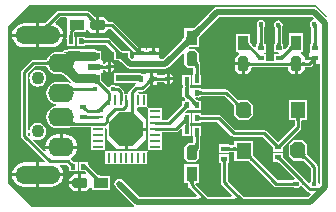
<source format=gtl>
G04*
G04 #@! TF.GenerationSoftware,Altium Limited,Altium Designer,18.1.9 (240)*
G04*
G04 Layer_Physical_Order=1*
G04 Layer_Color=255*
%FSLAX25Y25*%
%MOIN*%
G70*
G01*
G75*
%ADD15C,0.01000*%
%ADD16P,0.11938X8X292.5*%
%ADD17R,0.01575X0.01968*%
%ADD18R,0.01968X0.01575*%
%ADD19R,0.03347X0.00984*%
%ADD20R,0.00984X0.03347*%
%ADD21R,0.03937X0.01968*%
%ADD22R,0.03500X0.05000*%
G04:AMPARAMS|DCode=23|XSize=50mil|YSize=35mil|CornerRadius=0mil|HoleSize=0mil|Usage=FLASHONLY|Rotation=270.000|XOffset=0mil|YOffset=0mil|HoleType=Round|Shape=Octagon|*
%AMOCTAGOND23*
4,1,8,-0.00875,-0.02500,0.00875,-0.02500,0.01750,-0.01625,0.01750,0.01625,0.00875,0.02500,-0.00875,0.02500,-0.01750,0.01625,-0.01750,-0.01625,-0.00875,-0.02500,0.0*
%
%ADD23OCTAGOND23*%

%ADD24R,0.05000X0.03500*%
G04:AMPARAMS|DCode=25|XSize=50mil|YSize=35mil|CornerRadius=0mil|HoleSize=0mil|Usage=FLASHONLY|Rotation=180.000|XOffset=0mil|YOffset=0mil|HoleType=Round|Shape=Octagon|*
%AMOCTAGOND25*
4,1,8,-0.02500,0.00875,-0.02500,-0.00875,-0.01625,-0.01750,0.01625,-0.01750,0.02500,-0.00875,0.02500,0.00875,0.01625,0.01750,-0.01625,0.01750,-0.02500,0.00875,0.0*
%
%ADD25OCTAGOND25*%

G04:AMPARAMS|DCode=26|XSize=55mil|YSize=50mil|CornerRadius=0mil|HoleSize=0mil|Usage=FLASHONLY|Rotation=270.000|XOffset=0mil|YOffset=0mil|HoleType=Round|Shape=Octagon|*
%AMOCTAGOND26*
4,1,8,-0.01250,-0.02750,0.01250,-0.02750,0.02500,-0.01500,0.02500,0.01500,0.01250,0.02750,-0.01250,0.02750,-0.02500,0.01500,-0.02500,-0.01500,-0.01250,-0.02750,0.0*
%
%ADD26OCTAGOND26*%

%ADD27R,0.05000X0.05500*%
%ADD43C,0.02000*%
%ADD44C,0.03000*%
%ADD45C,0.04331*%
%ADD46O,0.15000X0.06000*%
%ADD47O,0.08661X0.06299*%
%ADD48C,0.01600*%
G36*
X208104Y225310D02*
X208088Y225226D01*
X207545Y225062D01*
X204753Y227853D01*
X204224Y228207D01*
X203600Y228331D01*
X171400D01*
X170776Y228207D01*
X170247Y227853D01*
X164885Y222492D01*
X164845Y222477D01*
X164007Y221695D01*
X163669Y221420D01*
X163373Y221210D01*
X163356Y221200D01*
X162631D01*
X162627Y221204D01*
X162600Y221200D01*
X162562D01*
X162519Y221223D01*
X162446Y221200D01*
X160450D01*
Y219377D01*
X160434Y219357D01*
X160450Y219240D01*
Y218475D01*
X160386Y218325D01*
X160251Y218087D01*
X160069Y217821D01*
X159526Y217172D01*
X159180Y216812D01*
X159163Y216771D01*
X153382Y210989D01*
X152533D01*
X152084Y211113D01*
X152084Y211489D01*
Y212400D01*
X150100D01*
Y212900D01*
X149600D01*
Y214688D01*
X148116D01*
Y214049D01*
X148054Y214022D01*
X147553D01*
X147492Y214050D01*
X147484Y214050D01*
Y214688D01*
X146000D01*
Y213606D01*
X146053Y213617D01*
X146139Y213664D01*
X146000Y213559D01*
Y212900D01*
X145500D01*
Y212400D01*
X143516D01*
X143516Y211113D01*
X143067Y210989D01*
X143062D01*
X142693Y211383D01*
X142412Y211728D01*
X142217Y212001D01*
Y212777D01*
X142233Y212802D01*
X142217Y212873D01*
Y213624D01*
X140178D01*
X140127Y213649D01*
X140020Y213655D01*
X139943Y213667D01*
X139861Y213688D01*
X139775Y213719D01*
X139682Y213761D01*
X139675Y213766D01*
X138684Y214634D01*
X138432Y214882D01*
X138366Y214909D01*
X135682Y217593D01*
X135319Y217836D01*
X134889Y217921D01*
X134889Y217921D01*
X127725D01*
X127663Y217949D01*
X127492Y217953D01*
X127364Y217964D01*
X127268Y217979D01*
X127259Y217981D01*
Y218384D01*
X126737D01*
X126647Y218421D01*
X126611Y218407D01*
X126575Y218417D01*
X126514Y218384D01*
X124484D01*
Y215215D01*
X126514D01*
X126575Y215182D01*
X126611Y215193D01*
X126647Y215178D01*
X126737Y215215D01*
X127259D01*
Y215618D01*
X127268Y215620D01*
X127364Y215636D01*
X127492Y215646D01*
X127663Y215650D01*
X127725Y215678D01*
X134425D01*
X136772Y213331D01*
X136798Y213265D01*
X136921Y213140D01*
X137051Y212996D01*
X137063Y212965D01*
X137050Y212913D01*
X137080Y212864D01*
Y210456D01*
X138484D01*
X138682Y210370D01*
X138921Y210234D01*
X139184Y210054D01*
X139820Y209523D01*
X140171Y209186D01*
X140213Y209169D01*
X140230Y209152D01*
X140250Y209121D01*
X140264Y209118D01*
X141178Y208204D01*
X141707Y207850D01*
X142332Y207726D01*
X154057D01*
X154682Y207850D01*
X155211Y208204D01*
X159950Y212943D01*
X160450Y212736D01*
Y209175D01*
X161625Y208000D01*
X163320D01*
X163322Y207899D01*
X163350Y207836D01*
Y205953D01*
X163322Y205892D01*
X163312Y205552D01*
X163306Y205484D01*
X163084D01*
Y204962D01*
X163047Y204872D01*
X163071Y204813D01*
X163058Y204750D01*
X163084Y204711D01*
Y202315D01*
X165859D01*
Y204711D01*
X165885Y204750D01*
X165872Y204813D01*
X165896Y204872D01*
X165859Y204962D01*
Y205484D01*
X165639D01*
X165623Y205709D01*
X165621Y205881D01*
X165593Y205946D01*
Y208354D01*
X165621Y208424D01*
X165616Y208705D01*
X165611Y208717D01*
X165615Y208730D01*
X165603Y208972D01*
X165595Y208988D01*
X165600Y209006D01*
X165593Y209071D01*
Y209429D01*
X165593Y209429D01*
X165507Y209858D01*
X165264Y210222D01*
X165264Y210222D01*
X165150Y210336D01*
Y213025D01*
X163975Y214200D01*
X162011D01*
X161834Y214700D01*
X161928Y214776D01*
X162223Y214985D01*
X162250Y215000D01*
X162953D01*
X162974Y214984D01*
X163030Y214992D01*
X163080Y214965D01*
X163192Y215000D01*
X165150D01*
Y216838D01*
X165154Y216843D01*
X165150Y216869D01*
Y217738D01*
X165207Y217870D01*
X165343Y218109D01*
X165526Y218375D01*
X166072Y219026D01*
X166420Y219388D01*
X166436Y219429D01*
X172076Y225069D01*
X202924D01*
X203538Y224455D01*
X203374Y223912D01*
X203154Y223868D01*
X202691Y223559D01*
X202381Y223096D01*
X202273Y222550D01*
X202381Y222003D01*
X202637Y221621D01*
X202650Y221441D01*
X202650Y221371D01*
X202671Y221323D01*
X202659Y221272D01*
X202678Y221241D01*
Y216329D01*
X202650Y216267D01*
X202646Y216096D01*
X202636Y215968D01*
X202620Y215871D01*
X202618Y215862D01*
X202215D01*
Y215341D01*
X202178Y215250D01*
X202193Y215215D01*
X202182Y215179D01*
X202215Y215118D01*
Y213088D01*
X201815Y212916D01*
Y211629D01*
X203800D01*
Y211129D01*
X204300D01*
Y210470D01*
X204438Y210365D01*
X204353Y210412D01*
X204300Y210423D01*
Y209341D01*
X205769D01*
Y169261D01*
X205582Y169125D01*
X205127Y169400D01*
X205019Y169946D01*
X204867Y170174D01*
X204850Y170437D01*
X204849Y170509D01*
X204821Y170575D01*
Y175050D01*
X204736Y175479D01*
X204493Y175843D01*
X204493Y175843D01*
X201846Y178491D01*
X201820Y178555D01*
X201669Y178713D01*
X201552Y178847D01*
X201463Y178963D01*
X201401Y179057D01*
X201400Y179060D01*
Y179397D01*
X201418Y179471D01*
X201400Y179502D01*
Y179539D01*
X201401Y179551D01*
X201400Y179553D01*
Y182250D01*
X199850Y183800D01*
X196750D01*
X195200Y182250D01*
Y178650D01*
X196750Y177100D01*
X199850D01*
X199922Y177172D01*
X199954Y177148D01*
X200061Y177057D01*
X200197Y176928D01*
X200260Y176903D01*
X202578Y174585D01*
Y170582D01*
X202551Y170519D01*
X202546Y170290D01*
X202539Y170203D01*
X202537Y170191D01*
X202536Y170185D01*
X202536Y170183D01*
X202535Y170176D01*
X202381Y169946D01*
X202330Y169691D01*
X201788Y169527D01*
X200739Y170576D01*
X200731Y170616D01*
X200488Y170980D01*
X200487Y170980D01*
X193785Y177682D01*
X193766Y177740D01*
X193758Y177744D01*
X193754Y177752D01*
X193397Y178136D01*
X193281Y178280D01*
X193194Y178403D01*
X193184Y178421D01*
Y178648D01*
X193209Y178703D01*
X193190Y178755D01*
X193204Y178809D01*
X193184Y178843D01*
Y179516D01*
X190015D01*
Y176741D01*
X190971D01*
X190992Y176727D01*
X191045Y176738D01*
X191094Y176716D01*
X191160Y176741D01*
X191409D01*
X191446Y176720D01*
X191560Y176640D01*
X191888Y176362D01*
X192077Y176179D01*
X192142Y176154D01*
X197129Y171166D01*
X197021Y170567D01*
X197021Y170567D01*
X196758Y170550D01*
X196686Y170549D01*
X196620Y170522D01*
X191565D01*
X183888Y178198D01*
X183863Y178263D01*
X183686Y178446D01*
X183546Y178605D01*
X183435Y178745D01*
X183354Y178862D01*
X183302Y178953D01*
X183300Y178958D01*
Y179215D01*
X183327Y179339D01*
X183302Y179379D01*
X183306Y179427D01*
X183300Y179434D01*
Y183650D01*
X177100D01*
Y182258D01*
X177092Y182256D01*
X176995Y182240D01*
X176867Y182229D01*
X176695Y182224D01*
X176633Y182197D01*
X175753D01*
X175692Y182224D01*
X175352Y182235D01*
X175284Y182241D01*
Y182463D01*
X174762D01*
X174672Y182500D01*
X174613Y182475D01*
X174550Y182488D01*
X174511Y182463D01*
X172115D01*
Y179688D01*
X174511D01*
X174550Y179662D01*
X174613Y179675D01*
X174672Y179650D01*
X174762Y179688D01*
X175284D01*
Y179908D01*
X175509Y179923D01*
X175681Y179926D01*
X175746Y179954D01*
X176633D01*
X176695Y179926D01*
X176867Y179921D01*
X176995Y179910D01*
X177092Y179894D01*
X177100Y179892D01*
Y176950D01*
X181437D01*
X181530Y176913D01*
X181582Y176935D01*
X181637Y176923D01*
X181680Y176950D01*
X181836D01*
X181941Y176876D01*
X182285Y176583D01*
X182486Y176388D01*
X182551Y176362D01*
X190307Y168607D01*
X190307Y168607D01*
X190671Y168364D01*
X191100Y168278D01*
X191100Y168278D01*
X196613D01*
X196676Y168251D01*
X196905Y168246D01*
X196992Y168239D01*
X197004Y168237D01*
X197010Y168236D01*
X197012Y168236D01*
X197019Y168235D01*
X197248Y168081D01*
X197794Y167973D01*
X198341Y168081D01*
X198804Y168391D01*
X198900Y168535D01*
X199535Y168607D01*
X201435Y166707D01*
X201799Y166464D01*
X202228Y166378D01*
X202228Y166378D01*
X202418D01*
X202609Y165917D01*
X201724Y165031D01*
X180242D01*
X180213Y165050D01*
X179135Y165994D01*
X178884Y166242D01*
X178817Y166269D01*
X174821Y170265D01*
Y175875D01*
X174849Y175937D01*
X174853Y176108D01*
X174864Y176236D01*
X174879Y176332D01*
X174881Y176341D01*
X175284D01*
Y176863D01*
X175321Y176953D01*
X175307Y176988D01*
X175317Y177025D01*
X175284Y177086D01*
Y179116D01*
X172115D01*
Y177086D01*
X172082Y177025D01*
X172093Y176988D01*
X172078Y176953D01*
X172115Y176863D01*
Y176341D01*
X172518D01*
X172520Y176332D01*
X172536Y176236D01*
X172546Y176108D01*
X172550Y175937D01*
X172578Y175875D01*
Y169800D01*
X172578Y169800D01*
X172663Y169371D01*
X172907Y169007D01*
X176367Y165547D01*
X176369Y165451D01*
X176084Y165031D01*
X168342D01*
X168313Y165050D01*
X167235Y165994D01*
X166984Y166242D01*
X166917Y166269D01*
X164086Y169100D01*
X164278Y169600D01*
X165150D01*
Y175800D01*
X160450D01*
Y169600D01*
X161617D01*
X161619Y169592D01*
X161635Y169495D01*
X161646Y169368D01*
X161651Y169195D01*
X161678Y169133D01*
Y168800D01*
X161678Y168800D01*
X161764Y168371D01*
X162007Y168007D01*
X164467Y165547D01*
X164469Y165451D01*
X164184Y165031D01*
X145415D01*
X139893Y170554D01*
X139364Y170907D01*
X138739Y171031D01*
X138115Y170907D01*
X137586Y170554D01*
X137232Y170024D01*
X137108Y169400D01*
X137232Y168776D01*
X137586Y168246D01*
X143586Y162247D01*
X143773Y162122D01*
X143621Y161622D01*
X109465D01*
X101622Y169465D01*
Y222035D01*
X108565Y228978D01*
X204435D01*
X208104Y225310D01*
D02*
G37*
G36*
X204322Y222041D02*
X204317Y222021D01*
X204313Y221992D01*
X204307Y221907D01*
X204300Y221631D01*
X204300Y221540D01*
X203300Y221377D01*
X203299Y221467D01*
X203279Y221747D01*
X203269Y221796D01*
X203258Y221838D01*
X203246Y221871D01*
X203232Y221896D01*
X203216Y221913D01*
X204327Y222053D01*
X204322Y222041D01*
D02*
G37*
G36*
X165952Y219838D02*
X165589Y219460D01*
X165009Y218768D01*
X164793Y218454D01*
X164625Y218161D01*
X164507Y217888D01*
X164438Y217637D01*
X164418Y217407D01*
X164448Y217198D01*
X164526Y217010D01*
X162460Y220576D01*
X162580Y220430D01*
X162737Y220349D01*
X162930Y220332D01*
X163159Y220378D01*
X163424Y220489D01*
X163725Y220663D01*
X164062Y220902D01*
X164434Y221205D01*
X165288Y222002D01*
X165952Y219838D01*
D02*
G37*
G36*
X126657Y217682D02*
X126687Y217602D01*
X126737Y217531D01*
X126807Y217470D01*
X126897Y217418D01*
X127007Y217375D01*
X127137Y217342D01*
X127287Y217319D01*
X127457Y217304D01*
X127647Y217300D01*
Y216300D01*
X127457Y216295D01*
X127287Y216281D01*
X127137Y216257D01*
X127007Y216224D01*
X126897Y216182D01*
X126807Y216130D01*
X126737Y216068D01*
X126687Y215997D01*
X126657Y215917D01*
X126647Y215827D01*
Y217772D01*
X126657Y217682D01*
D02*
G37*
G36*
X163140Y215612D02*
X163019Y215759D01*
X162861Y215842D01*
X162668Y215861D01*
X162438Y215815D01*
X162173Y215706D01*
X161873Y215532D01*
X161536Y215295D01*
X161164Y214993D01*
X160312Y214198D01*
X159648Y216362D01*
X160010Y216738D01*
X160587Y217429D01*
X160802Y217743D01*
X160968Y218036D01*
X161085Y218308D01*
X161153Y218560D01*
X161172Y218791D01*
X161141Y219001D01*
X161062Y219190D01*
X163140Y215612D01*
D02*
G37*
G36*
X204304Y216060D02*
X204319Y215891D01*
X204342Y215740D01*
X204375Y215611D01*
X204418Y215500D01*
X204470Y215410D01*
X204531Y215340D01*
X204602Y215290D01*
X204682Y215261D01*
X204772Y215250D01*
X202827D01*
X202917Y215261D01*
X202997Y215290D01*
X203068Y215340D01*
X203130Y215410D01*
X203182Y215500D01*
X203224Y215611D01*
X203257Y215740D01*
X203281Y215891D01*
X203295Y216060D01*
X203300Y216250D01*
X204300D01*
X204304Y216060D01*
D02*
G37*
G36*
X138241Y214158D02*
X139298Y213232D01*
X139388Y213182D01*
X139529Y213117D01*
X139670Y213067D01*
X139811Y213030D01*
X139951Y213008D01*
X140091Y213000D01*
X139612Y213003D01*
X138649Y212039D01*
X138635Y212109D01*
X138594Y212200D01*
X138524Y212314D01*
X138428Y212448D01*
X138152Y212783D01*
X137939Y213011D01*
X137692Y213012D01*
X137738Y213019D01*
X137764Y213041D01*
X137770Y213076D01*
X137757Y213126D01*
X137723Y213189D01*
X137671Y213267D01*
X137598Y213359D01*
X137394Y213585D01*
X137262Y213720D01*
X137275D01*
X137976Y214420D01*
X138241Y214158D01*
D02*
G37*
G36*
X149128Y212125D02*
X149118Y212177D01*
X149088Y212224D01*
X149038Y212265D01*
X148968Y212301D01*
X148878Y212332D01*
X148768Y212356D01*
X148638Y212375D01*
X148488Y212389D01*
X148128Y212400D01*
Y213400D01*
X148318Y213403D01*
X148638Y213425D01*
X148768Y213444D01*
X148878Y213469D01*
X148968Y213499D01*
X149038Y213535D01*
X149088Y213577D01*
X149118Y213623D01*
X149128Y213676D01*
Y212125D01*
D02*
G37*
G36*
X146482Y213623D02*
X146512Y213577D01*
X146562Y213535D01*
X146632Y213499D01*
X146722Y213469D01*
X146832Y213444D01*
X146962Y213425D01*
X147112Y213411D01*
X147472Y213400D01*
Y212400D01*
X147282Y212398D01*
X146962Y212375D01*
X146832Y212356D01*
X146722Y212332D01*
X146632Y212301D01*
X146562Y212265D01*
X146512Y212224D01*
X146482Y212177D01*
X146472Y212125D01*
Y213676D01*
X146482Y213623D01*
D02*
G37*
G36*
X141437Y212802D02*
X141348Y212653D01*
X141324Y212466D01*
X141367Y212241D01*
X141477Y211977D01*
X141653Y211675D01*
X141895Y211335D01*
X142203Y210956D01*
X143019Y210084D01*
X140621Y209654D01*
X140254Y210007D01*
X139576Y210573D01*
X139265Y210785D01*
X138973Y210951D01*
X138699Y211071D01*
X138445Y211143D01*
X138208Y211169D01*
X137991Y211148D01*
X137793Y211080D01*
X141593Y212912D01*
X141437Y212802D01*
D02*
G37*
G36*
X164759Y209567D02*
X164815Y209518D01*
X164863Y209431D01*
X164902Y209305D01*
X164932Y209140D01*
X164954Y208937D01*
X164967Y208695D01*
X164971Y208414D01*
X163971Y207914D01*
X163966Y208121D01*
X163951Y208298D01*
X163926Y208445D01*
X163891Y208561D01*
X163846Y208647D01*
X163791Y208703D01*
X163726Y208729D01*
X163651Y208724D01*
X163566Y208689D01*
X163471Y208624D01*
X164538Y209481D01*
X164620Y209548D01*
X164694Y209577D01*
X164759Y209567D01*
D02*
G37*
G36*
X164974Y205682D02*
X164996Y205362D01*
X165015Y205232D01*
X165040Y205122D01*
X165070Y205032D01*
X165106Y204962D01*
X165148Y204912D01*
X165194Y204882D01*
X165247Y204872D01*
X163696D01*
X163748Y204882D01*
X163795Y204912D01*
X163836Y204962D01*
X163872Y205032D01*
X163902Y205122D01*
X163927Y205232D01*
X163946Y205362D01*
X163960Y205512D01*
X163971Y205872D01*
X164971D01*
X164974Y205682D01*
D02*
G37*
G36*
X174682Y181798D02*
X174712Y181751D01*
X174762Y181710D01*
X174832Y181674D01*
X174922Y181644D01*
X175032Y181619D01*
X175162Y181600D01*
X175312Y181586D01*
X175672Y181575D01*
Y180575D01*
X175482Y180572D01*
X175162Y180550D01*
X175032Y180531D01*
X174922Y180506D01*
X174832Y180476D01*
X174762Y180440D01*
X174712Y180399D01*
X174682Y180352D01*
X174672Y180300D01*
Y181851D01*
X174682Y181798D01*
D02*
G37*
G36*
X177724Y180075D02*
X177714Y180170D01*
X177683Y180255D01*
X177633Y180330D01*
X177562Y180395D01*
X177471Y180450D01*
X177360Y180495D01*
X177228Y180530D01*
X177076Y180555D01*
X176904Y180570D01*
X176712Y180575D01*
Y181575D01*
X176904Y181580D01*
X177076Y181595D01*
X177228Y181620D01*
X177360Y181655D01*
X177471Y181700D01*
X177562Y181755D01*
X177633Y181820D01*
X177683Y181895D01*
X177714Y181980D01*
X177724Y182075D01*
Y180075D01*
D02*
G37*
G36*
X200728Y179292D02*
X200704Y179198D01*
X200703Y179094D01*
X200726Y178981D01*
X200772Y178859D01*
X200841Y178727D01*
X200934Y178586D01*
X201050Y178435D01*
X201189Y178275D01*
X201352Y178105D01*
X200645Y177398D01*
X200496Y177540D01*
X200356Y177658D01*
X200226Y177753D01*
X200105Y177825D01*
X199993Y177873D01*
X199891Y177897D01*
X199798Y177898D01*
X199715Y177876D01*
X199640Y177830D01*
X199575Y177760D01*
X200776Y179376D01*
X200728Y179292D01*
D02*
G37*
G36*
X182643Y179137D02*
X182623Y179036D01*
X182629Y178924D01*
X182661Y178800D01*
X182719Y178665D01*
X182803Y178517D01*
X182912Y178358D01*
X183047Y178188D01*
X183208Y178006D01*
X183395Y177812D01*
X182938Y176855D01*
X182722Y177064D01*
X182339Y177390D01*
X182173Y177507D01*
X182023Y177593D01*
X181890Y177649D01*
X181773Y177673D01*
X181674Y177667D01*
X181590Y177630D01*
X181524Y177562D01*
X182688Y179226D01*
X182643Y179137D01*
D02*
G37*
G36*
X192503Y178649D02*
X192474Y178559D01*
X192474Y178455D01*
X192503Y178336D01*
X192561Y178202D01*
X192647Y178053D01*
X192762Y177889D01*
X192905Y177711D01*
X193279Y177310D01*
X192528Y176646D01*
X192324Y176843D01*
X191957Y177154D01*
X191795Y177268D01*
X191647Y177354D01*
X191512Y177412D01*
X191392Y177442D01*
X191285Y177444D01*
X191193Y177419D01*
X191114Y177365D01*
X192560Y178724D01*
X192503Y178649D01*
D02*
G37*
G36*
X174582Y176943D02*
X174502Y176913D01*
X174431Y176863D01*
X174370Y176793D01*
X174318Y176703D01*
X174275Y176593D01*
X174242Y176463D01*
X174219Y176313D01*
X174204Y176143D01*
X174200Y175953D01*
X173200D01*
X173195Y176143D01*
X173181Y176313D01*
X173157Y176463D01*
X173124Y176593D01*
X173082Y176703D01*
X173030Y176793D01*
X172968Y176863D01*
X172897Y176913D01*
X172817Y176943D01*
X172727Y176953D01*
X174672D01*
X174582Y176943D01*
D02*
G37*
G36*
X204201Y170414D02*
X204222Y170085D01*
X204229Y170044D01*
X204238Y170011D01*
X204249Y169987D01*
X204260Y169971D01*
X203140D01*
X203151Y169987D01*
X203162Y170011D01*
X203171Y170044D01*
X203178Y170085D01*
X203185Y170134D01*
X203195Y170257D01*
X203200Y170504D01*
X204200D01*
X204201Y170414D01*
D02*
G37*
G36*
X163705Y170214D02*
X163620Y170184D01*
X163545Y170133D01*
X163480Y170062D01*
X163425Y169971D01*
X163380Y169860D01*
X163345Y169728D01*
X163320Y169576D01*
X163305Y169404D01*
X163300Y169212D01*
X162300D01*
X162295Y169404D01*
X162280Y169576D01*
X162255Y169728D01*
X162220Y169860D01*
X162175Y169971D01*
X162120Y170062D01*
X162055Y170133D01*
X161980Y170184D01*
X161895Y170214D01*
X161800Y170224D01*
X163800D01*
X163705Y170214D01*
D02*
G37*
G36*
X197223Y168840D02*
X197207Y168851D01*
X197183Y168862D01*
X197151Y168871D01*
X197110Y168878D01*
X197061Y168885D01*
X196937Y168895D01*
X196690Y168900D01*
Y169900D01*
X196781Y169901D01*
X197110Y169922D01*
X197151Y169929D01*
X197183Y169938D01*
X197207Y169949D01*
X197223Y169960D01*
Y168840D01*
D02*
G37*
G36*
X178692Y165518D02*
X179827Y164524D01*
X179940Y164455D01*
X180031Y164414D01*
X180101Y164400D01*
X179515Y163814D01*
X180100Y163400D01*
Y162400D01*
X176393Y164400D01*
X176766Y164407D01*
X177085Y164428D01*
X177349Y164464D01*
X177560Y164513D01*
X177716Y164577D01*
X177818Y164655D01*
X177866Y164746D01*
X177860Y164852D01*
X177800Y164973D01*
X177686Y165107D01*
X177726Y165079D01*
X178427Y165780D01*
X178692Y165518D01*
D02*
G37*
G36*
X166792D02*
X167927Y164524D01*
X168040Y164455D01*
X168131Y164414D01*
X168201Y164400D01*
X167615Y163814D01*
X168200Y163400D01*
Y162400D01*
X164493Y164400D01*
X164866Y164407D01*
X165185Y164428D01*
X165449Y164464D01*
X165660Y164513D01*
X165816Y164577D01*
X165918Y164655D01*
X165966Y164746D01*
X165960Y164852D01*
X165900Y164973D01*
X165786Y165107D01*
X165826Y165079D01*
X166527Y165780D01*
X166792Y165518D01*
D02*
G37*
%LPC*%
G36*
X127800Y227022D02*
X127800Y227022D01*
X118530D01*
X118530Y227022D01*
X118101Y226936D01*
X117737Y226693D01*
X117737Y226693D01*
X114119Y223075D01*
X114055Y223050D01*
X113924Y222925D01*
X113899Y222905D01*
X112000D01*
Y219370D01*
X119969D01*
X119897Y219914D01*
X119494Y220887D01*
X118853Y221723D01*
X118017Y222364D01*
X117501Y222578D01*
X117384Y223168D01*
X118994Y224779D01*
X120995D01*
X121400Y224550D01*
Y219850D01*
X121403D01*
Y218853D01*
X121376Y218792D01*
X121365Y218451D01*
X121359Y218384D01*
X121137D01*
Y217862D01*
X121100Y217772D01*
X121124Y217713D01*
X121112Y217650D01*
X121137Y217611D01*
Y215215D01*
X123912D01*
Y217611D01*
X123938Y217650D01*
X123925Y217713D01*
X123950Y217772D01*
X123912Y217862D01*
Y218384D01*
X123692D01*
X123677Y218609D01*
X123674Y218781D01*
X123646Y218846D01*
Y219760D01*
X123736Y219850D01*
X127600D01*
Y220584D01*
X128100Y220725D01*
X129375Y219450D01*
X131000D01*
Y222200D01*
Y223861D01*
X129123Y223163D01*
X129212Y223208D01*
X129273Y223267D01*
X129307Y223340D01*
X129312Y223426D01*
X129290Y223526D01*
X129240Y223640D01*
X129162Y223767D01*
X129056Y223908D01*
X128922Y224063D01*
X128761Y224232D01*
X129762Y224645D01*
X129939Y224475D01*
X130270Y224199D01*
X130424Y224095D01*
X130569Y224012D01*
X130707Y223951D01*
X130836Y223912D01*
X130957Y223895D01*
X131000Y223896D01*
Y224950D01*
X130384D01*
X130373Y224959D01*
X130212Y225113D01*
X130148Y225139D01*
X128593Y226693D01*
X128229Y226936D01*
X127800Y227022D01*
D02*
G37*
G36*
X133625Y224950D02*
X132000D01*
Y222745D01*
X132015Y222751D01*
X132044Y222766D01*
X132064Y222784D01*
X132075Y222804D01*
X132834Y222074D01*
X133592Y222804D01*
X133604Y222784D01*
X133624Y222766D01*
X133653Y222751D01*
X133690Y222737D01*
X133737Y222726D01*
X133792Y222717D01*
X133855Y222709D01*
X133857Y222709D01*
Y223200D01*
X133868Y223105D01*
X133902Y223020D01*
X133959Y222945D01*
X134038Y222880D01*
X134140Y222825D01*
X134264Y222780D01*
X134411Y222745D01*
X134581Y222720D01*
X134773Y222705D01*
X134988Y222700D01*
Y221700D01*
X134773Y221695D01*
X134581Y221680D01*
X134411Y221655D01*
X134264Y221620D01*
X134140Y221575D01*
X134038Y221520D01*
X133959Y221455D01*
X133902Y221380D01*
X133868Y221295D01*
X133857Y221200D01*
Y221720D01*
X133117Y221801D01*
X132834Y222074D01*
X132551Y221801D01*
X132000Y221740D01*
Y219450D01*
X133625D01*
X135000Y220825D01*
Y221051D01*
X135003Y221051D01*
X135066Y221078D01*
X135736D01*
X143254Y213560D01*
X143255Y213553D01*
X143282Y213532D01*
X143323Y213492D01*
X143346Y213430D01*
X143373Y213400D01*
X144254D01*
X144206Y213459D01*
X143821Y213873D01*
X144725Y214383D01*
X144922Y214192D01*
X145000Y214126D01*
Y214986D01*
X136993Y222993D01*
X136629Y223236D01*
X136200Y223322D01*
X136200Y223322D01*
X135066D01*
X135003Y223349D01*
X135000Y223349D01*
Y223575D01*
X133625Y224950D01*
D02*
G37*
G36*
X111000Y222905D02*
X107000D01*
X105956Y222767D01*
X104983Y222364D01*
X104147Y221723D01*
X103506Y220887D01*
X103103Y219914D01*
X103031Y219370D01*
X111000D01*
Y222905D01*
D02*
G37*
G36*
X185984Y223977D02*
X185437Y223868D01*
X184974Y223559D01*
X184665Y223096D01*
X184556Y222550D01*
X184665Y222003D01*
X184730Y221906D01*
X184750Y221592D01*
X184750Y221520D01*
X184778Y221454D01*
Y216329D01*
X184750Y216267D01*
X184746Y216096D01*
X184736Y215968D01*
X184720Y215871D01*
X184718Y215862D01*
X184315D01*
Y215341D01*
X184278Y215250D01*
X184200Y215122D01*
X183835Y215020D01*
X183559Y215055D01*
X182966Y215648D01*
X182941Y215712D01*
X182817Y215843D01*
X182718Y215958D01*
X182635Y216068D01*
X182566Y216173D01*
X182511Y216272D01*
X182469Y216364D01*
X182438Y216450D01*
X182418Y216530D01*
X182406Y216606D01*
X182401Y216712D01*
X182376Y216764D01*
Y219399D01*
X177676D01*
Y213199D01*
X178410D01*
X178551Y212700D01*
X177276Y211424D01*
Y209800D01*
X180026D01*
Y209299D01*
X180526D01*
Y205800D01*
X181401D01*
X182776Y207174D01*
Y208092D01*
X182781Y208092D01*
X182843Y208120D01*
X194908D01*
X194971Y208092D01*
X194976Y208092D01*
Y207275D01*
X196351Y205900D01*
X197226D01*
Y209400D01*
X198226D01*
Y205900D01*
X199101D01*
X200476Y207275D01*
Y208250D01*
X200481Y208250D01*
X200543Y208278D01*
X202070D01*
X202070Y208278D01*
X202500Y208363D01*
X202864Y208607D01*
X203300Y209043D01*
Y209901D01*
X203024Y209646D01*
X202120Y210156D01*
X202328Y210371D01*
X202548Y210629D01*
X201674D01*
X201654Y210608D01*
X201628Y210543D01*
X201606Y210521D01*
X200543D01*
X200481Y210549D01*
X200476Y210549D01*
Y211525D01*
X199201Y212800D01*
X199342Y213299D01*
X200076D01*
Y219499D01*
X195376D01*
Y216185D01*
X195339Y216108D01*
X195334Y215999D01*
X195322Y215920D01*
X195301Y215838D01*
X195271Y215751D01*
X195229Y215659D01*
X195176Y215561D01*
X195108Y215458D01*
X195027Y215350D01*
X194932Y215237D01*
X194810Y215109D01*
X194785Y215045D01*
X193846Y214106D01*
X193384Y214297D01*
Y215218D01*
X193417Y215279D01*
X193407Y215315D01*
X193421Y215351D01*
X193384Y215441D01*
Y215963D01*
X192981D01*
X192979Y215971D01*
X192964Y216068D01*
X192953Y216196D01*
X192949Y216367D01*
X192921Y216429D01*
Y221322D01*
X192949Y221389D01*
X192949Y221473D01*
X192955Y221725D01*
X192958Y221763D01*
X193019Y221854D01*
X193127Y222400D01*
X193019Y222946D01*
X192709Y223409D01*
X192246Y223719D01*
X191700Y223827D01*
X191154Y223719D01*
X190691Y223409D01*
X190381Y222946D01*
X190273Y222400D01*
X190381Y221854D01*
X190637Y221472D01*
X190650Y221291D01*
X190650Y221221D01*
X190671Y221174D01*
X190659Y221123D01*
X190678Y221091D01*
Y216429D01*
X190650Y216367D01*
X190646Y216196D01*
X190636Y216068D01*
X190620Y215971D01*
X190618Y215963D01*
X190215D01*
Y215441D01*
X190178Y215351D01*
X190193Y215315D01*
X190182Y215279D01*
X190215Y215218D01*
Y213188D01*
X191678D01*
X191817Y213024D01*
X191910Y212688D01*
X191832Y212616D01*
X190215D01*
Y210363D01*
X187484D01*
Y212516D01*
X186661D01*
X186629Y212535D01*
X186628Y212535D01*
X186511Y212595D01*
X186808Y213088D01*
X187484D01*
Y215118D01*
X187517Y215179D01*
X187507Y215215D01*
X187521Y215250D01*
X187484Y215341D01*
Y215862D01*
X187081D01*
X187079Y215871D01*
X187064Y215968D01*
X187053Y216096D01*
X187049Y216267D01*
X187021Y216329D01*
Y221261D01*
X187043Y221299D01*
X187032Y221341D01*
X187049Y221381D01*
X187050Y221460D01*
X187055Y221586D01*
X187061Y221642D01*
X187302Y222003D01*
X187411Y222550D01*
X187302Y223096D01*
X186993Y223559D01*
X186530Y223868D01*
X185984Y223977D01*
D02*
G37*
G36*
X119969Y218370D02*
X112000D01*
Y214836D01*
X116000D01*
X117044Y214973D01*
X118017Y215376D01*
X118853Y216017D01*
X119494Y216853D01*
X119897Y217826D01*
X119969Y218370D01*
D02*
G37*
G36*
X111000D02*
X103031D01*
X103103Y217826D01*
X103506Y216853D01*
X104147Y216017D01*
X104983Y215376D01*
X105956Y214973D01*
X107000Y214836D01*
X111000D01*
Y218370D01*
D02*
G37*
G36*
X125500Y214189D02*
X125142Y214181D01*
X121824D01*
X121005Y214018D01*
X120980Y214002D01*
X120749Y213968D01*
X120710Y213945D01*
X120666Y213951D01*
X120331Y213856D01*
X120223Y213771D01*
X120093Y213731D01*
X119958Y213619D01*
X119873Y213458D01*
X119799Y213372D01*
X118193D01*
X117214Y213243D01*
X116302Y212865D01*
X115519Y212264D01*
X114918Y211481D01*
X114633Y210793D01*
X114550Y210773D01*
X114428Y210755D01*
X114274Y210744D01*
X114075Y210739D01*
X114012Y210711D01*
X110090D01*
X110090Y210711D01*
X109661Y210626D01*
X109297Y210383D01*
X106207Y207293D01*
X105964Y206929D01*
X105878Y206500D01*
X105878Y206500D01*
Y185300D01*
X105878Y185300D01*
X105964Y184871D01*
X106207Y184507D01*
X113804Y176910D01*
X113613Y176448D01*
X112000D01*
Y172913D01*
X119969D01*
X119897Y173458D01*
X119494Y174431D01*
X118920Y175178D01*
X119063Y175678D01*
X121264D01*
X121447Y175496D01*
X121470Y175434D01*
X121808Y175069D01*
X121918Y174932D01*
X122001Y174813D01*
X122041Y174743D01*
Y174445D01*
X122022Y174371D01*
X122041Y174339D01*
Y173516D01*
X124816D01*
Y176685D01*
X123945D01*
X123889Y176710D01*
X123836Y176689D01*
X123780Y176704D01*
X123748Y176685D01*
X123557D01*
X123451Y176760D01*
X123108Y177052D01*
X122908Y177246D01*
X122843Y177272D01*
X122796Y177319D01*
X122776Y177345D01*
X122680Y177801D01*
X122703Y177951D01*
X122749Y178043D01*
X123515Y178630D01*
X124180Y179497D01*
X124598Y180507D01*
X124675Y181090D01*
X114073D01*
X114150Y180507D01*
X114195Y180398D01*
X113771Y180115D01*
X110027Y183859D01*
X110310Y184283D01*
X110778Y184089D01*
X111500Y183994D01*
X112222Y184089D01*
X112895Y184368D01*
X113472Y184811D01*
X113916Y185389D01*
X114194Y186062D01*
X114289Y186784D01*
X114194Y187505D01*
X113916Y188178D01*
X113472Y188756D01*
X112895Y189199D01*
X112222Y189478D01*
X111500Y189573D01*
X110778Y189478D01*
X110105Y189199D01*
X109528Y188756D01*
X109084Y188178D01*
X108806Y187505D01*
X108711Y186784D01*
X108806Y186062D01*
X109000Y185593D01*
X108576Y185310D01*
X108122Y185765D01*
Y206035D01*
X110554Y208468D01*
X114012D01*
X114075Y208440D01*
X114274Y208436D01*
X114428Y208424D01*
X114550Y208406D01*
X114633Y208387D01*
X114918Y207699D01*
X115519Y206915D01*
X116302Y206314D01*
X117214Y205937D01*
X118193Y205808D01*
X119513D01*
X119728Y205715D01*
X120113Y205496D01*
X120536Y205206D01*
X121529Y204375D01*
X122076Y203848D01*
X122095Y203840D01*
X122732Y203204D01*
X122446Y202802D01*
X121534Y203180D01*
X120555Y203309D01*
X118193D01*
X117214Y203180D01*
X116302Y202802D01*
X115519Y202201D01*
X114918Y201418D01*
X114540Y200506D01*
X114411Y199527D01*
X114540Y198548D01*
X114918Y197636D01*
X115519Y196853D01*
X116302Y196251D01*
X117214Y195874D01*
X117455Y195842D01*
Y195338D01*
X117214Y195306D01*
X116302Y194928D01*
X115519Y194327D01*
X114918Y193544D01*
X114540Y192632D01*
X114411Y191653D01*
X114540Y190674D01*
X114918Y189762D01*
X115519Y188979D01*
X116302Y188377D01*
X117214Y188000D01*
X118193Y187871D01*
X120555D01*
X121056Y187937D01*
X121095Y187916D01*
X121220Y187951D01*
X121349Y187936D01*
X121498Y187979D01*
X121630Y188012D01*
X122091Y188098D01*
X122225Y188115D01*
X122719Y188148D01*
X122882Y188151D01*
X122947Y188178D01*
X129279D01*
Y184539D01*
Y180602D01*
X133384Y180602D01*
X133540Y180602D01*
X133668Y180569D01*
X133875Y180489D01*
X133941Y180441D01*
X133989Y180375D01*
X134069Y180168D01*
X134102Y180040D01*
X134102Y179884D01*
X134102Y175779D01*
X148098D01*
X148098Y179884D01*
X148098Y180040D01*
X148131Y180168D01*
X148211Y180375D01*
X148259Y180441D01*
X148325Y180489D01*
X148532Y180569D01*
X148660Y180602D01*
X148817Y180602D01*
X152920D01*
Y182571D01*
Y186478D01*
X157525D01*
X157525Y186478D01*
X157954Y186564D01*
X158318Y186807D01*
X159238Y187726D01*
X159738Y187519D01*
Y185415D01*
X162512D01*
Y187811D01*
X162538Y187850D01*
X162525Y187913D01*
X162550Y187972D01*
X162512Y188062D01*
Y188584D01*
X162292D01*
X162277Y188809D01*
X162274Y188981D01*
X162246Y189046D01*
Y189146D01*
X162274Y189208D01*
X162284Y189548D01*
X162291Y189615D01*
X162512D01*
Y190137D01*
X162550Y190227D01*
X162525Y190287D01*
X162538Y190349D01*
X162512Y190389D01*
Y192784D01*
X160652D01*
X160621Y192858D01*
X160599Y193346D01*
X160996Y193716D01*
X161144Y193836D01*
X161258Y193916D01*
X161448D01*
X161480Y193897D01*
X161536Y193911D01*
X161589Y193891D01*
X161645Y193916D01*
X162516D01*
Y194605D01*
X162916Y194881D01*
X163016Y194866D01*
X163069Y194771D01*
X163088Y194739D01*
Y193916D01*
X165863D01*
Y197085D01*
X164992D01*
X164936Y197110D01*
X164882Y197089D01*
X164827Y197104D01*
X164794Y197085D01*
X164604D01*
X164498Y197160D01*
X164155Y197452D01*
X163987Y197615D01*
X163998Y197763D01*
X164128Y198115D01*
X165114D01*
X165175Y198082D01*
X165211Y198093D01*
X165247Y198078D01*
X165337Y198115D01*
X165859D01*
Y198518D01*
X165868Y198520D01*
X165964Y198536D01*
X166092Y198546D01*
X166263Y198550D01*
X166325Y198578D01*
X173836D01*
X176655Y195759D01*
X176680Y195695D01*
X176831Y195537D01*
X176948Y195403D01*
X177037Y195287D01*
X177099Y195193D01*
X177100Y195190D01*
Y194853D01*
X177082Y194779D01*
X177100Y194748D01*
Y194711D01*
X177099Y194699D01*
X177100Y194697D01*
Y192000D01*
X178650Y190450D01*
X181750D01*
X183300Y192000D01*
Y195600D01*
X181750Y197150D01*
X178650D01*
X178204Y197382D01*
X175093Y200493D01*
X174730Y200736D01*
X174300Y200821D01*
X174300Y200821D01*
X166325D01*
X166263Y200849D01*
X166092Y200853D01*
X165964Y200864D01*
X165868Y200879D01*
X165859Y200881D01*
Y201284D01*
X165337D01*
X165247Y201321D01*
X165211Y201307D01*
X165175Y201317D01*
X165114Y201284D01*
X163084D01*
Y199729D01*
X162793Y199522D01*
X162584Y199490D01*
X162512Y199572D01*
Y200511D01*
X162538Y200550D01*
X162525Y200613D01*
X162550Y200672D01*
X162512Y200762D01*
Y201284D01*
X162292D01*
X162277Y201509D01*
X162274Y201681D01*
X162246Y201746D01*
Y201846D01*
X162274Y201908D01*
X162284Y202248D01*
X162291Y202315D01*
X162512D01*
Y202837D01*
X162550Y202927D01*
X162525Y202987D01*
X162538Y203049D01*
X162512Y203089D01*
Y205484D01*
X159738D01*
Y203089D01*
X159712Y203049D01*
X159724Y202987D01*
X159700Y202927D01*
X159738Y202837D01*
Y202315D01*
X159958D01*
X159973Y202090D01*
X159976Y201918D01*
X160003Y201853D01*
Y201753D01*
X159976Y201692D01*
X159965Y201351D01*
X159959Y201284D01*
X159738D01*
Y200762D01*
X159700Y200672D01*
X159724Y200613D01*
X159712Y200550D01*
X159738Y200511D01*
Y198940D01*
X159735Y198937D01*
X159737Y198900D01*
X159716Y198871D01*
X159738Y198746D01*
Y198115D01*
X160126D01*
X160735Y197585D01*
X160548Y197085D01*
X159741D01*
Y196262D01*
X159722Y196229D01*
X159741Y196156D01*
Y195858D01*
X159701Y195788D01*
X159623Y195676D01*
X159354Y195358D01*
X159179Y195176D01*
X159153Y195111D01*
X154732Y190690D01*
X152920D01*
Y194598D01*
X148817Y194598D01*
X148660Y194598D01*
X148532Y194631D01*
X148325Y194711D01*
X148259Y194759D01*
X148211Y194825D01*
X148131Y195032D01*
X148098Y195160D01*
X148098Y195317D01*
Y199420D01*
X145337D01*
X145074Y199920D01*
X145182Y200078D01*
X146272D01*
X146272Y200078D01*
X146701Y200164D01*
X147065Y200407D01*
X148812Y202154D01*
X148819Y202155D01*
X148839Y202182D01*
X148880Y202222D01*
X148942Y202246D01*
X148972Y202273D01*
Y203154D01*
X148913Y203106D01*
X148499Y202721D01*
X147989Y203625D01*
X148179Y203822D01*
X148481Y204179D01*
X148593Y204340D01*
X148678Y204487D01*
X148737Y204622D01*
X148769Y204745D01*
X148775Y204855D01*
X148755Y204953D01*
X148708Y205039D01*
X148972Y204689D01*
Y206384D01*
X147684D01*
Y206303D01*
X147316Y205985D01*
X146317D01*
X146193Y206067D01*
X145569Y206191D01*
X139649D01*
X139412Y206144D01*
X137080D01*
Y202976D01*
X139412D01*
X139649Y202928D01*
X144086D01*
X144206Y202793D01*
X144023Y202247D01*
X143971Y202236D01*
X143607Y201993D01*
X143607Y201993D01*
X142275Y200662D01*
X142032Y200298D01*
X141947Y199869D01*
X141576Y199820D01*
Y199420D01*
X140253D01*
Y199969D01*
X140253Y199969D01*
X140168Y200398D01*
X139925Y200762D01*
X139925Y200762D01*
X138993Y201693D01*
X138629Y201936D01*
X138200Y202022D01*
X138200Y202022D01*
X137782D01*
X137719Y202049D01*
X137489Y202054D01*
X137402Y202061D01*
X137391Y202063D01*
X137385Y202064D01*
X137383Y202064D01*
X137376Y202065D01*
X137146Y202219D01*
X136600Y202327D01*
X136054Y202219D01*
X135591Y201909D01*
X135412Y201641D01*
X134825Y201521D01*
X134169Y202177D01*
X134144Y202241D01*
X133446Y202970D01*
X132918Y203589D01*
X132768Y203788D01*
Y206144D01*
X133168Y206316D01*
Y207151D01*
X133173Y207151D01*
X133235Y207178D01*
X133885D01*
X134002Y207002D01*
X134598Y206604D01*
X134800Y206564D01*
Y208300D01*
Y210036D01*
X134598Y209996D01*
X134002Y209598D01*
X133885Y209421D01*
X133235D01*
X133173Y209449D01*
X133168Y209449D01*
Y210284D01*
X132768Y210456D01*
Y213624D01*
X131609D01*
X131019Y214018D01*
X130200Y214181D01*
X125521D01*
X125500Y214189D01*
D02*
G37*
G36*
X152084Y214688D02*
X150600D01*
Y213400D01*
X152084D01*
Y214688D01*
D02*
G37*
G36*
X135800Y210036D02*
Y208800D01*
X137036D01*
X136996Y209002D01*
X136598Y209598D01*
X136002Y209996D01*
X135800Y210036D01*
D02*
G37*
G36*
X137036Y207800D02*
X135800D01*
Y206564D01*
X136002Y206604D01*
X136598Y207002D01*
X136996Y207598D01*
X137036Y207800D01*
D02*
G37*
G36*
X179526Y208800D02*
X177276D01*
Y207174D01*
X178651Y205800D01*
X179526D01*
Y208800D01*
D02*
G37*
G36*
X155500Y206136D02*
Y204900D01*
X156736D01*
X156696Y205102D01*
X156298Y205698D01*
X155702Y206096D01*
X155500Y206136D01*
D02*
G37*
G36*
X156736Y203900D02*
X155500D01*
Y202664D01*
X155702Y202704D01*
X156298Y203102D01*
X156696Y203698D01*
X156736Y203900D01*
D02*
G37*
G36*
X151259Y206384D02*
X149972D01*
Y204400D01*
Y202416D01*
X151259D01*
Y203251D01*
X151263Y203251D01*
X151326Y203278D01*
X153585D01*
X153702Y203102D01*
X154298Y202704D01*
X154500Y202664D01*
Y204400D01*
Y206136D01*
X154298Y206096D01*
X153702Y205698D01*
X153585Y205521D01*
X151326D01*
X151263Y205549D01*
X151259Y205549D01*
Y206384D01*
D02*
G37*
G36*
X111500Y207289D02*
X110778Y207194D01*
X110105Y206915D01*
X109528Y206472D01*
X109084Y205895D01*
X108806Y205222D01*
X108711Y204500D01*
X108806Y203778D01*
X109084Y203105D01*
X109528Y202528D01*
X110105Y202084D01*
X110778Y201806D01*
X111500Y201711D01*
X112222Y201806D01*
X112895Y202084D01*
X113472Y202528D01*
X113916Y203105D01*
X114194Y203778D01*
X114289Y204500D01*
X114194Y205222D01*
X113916Y205895D01*
X113472Y206472D01*
X112895Y206915D01*
X112222Y207194D01*
X111500Y207289D01*
D02*
G37*
G36*
X201400Y197300D02*
X195200D01*
Y190600D01*
X197117D01*
X197119Y190592D01*
X197135Y190495D01*
X197146Y190367D01*
X197151Y190195D01*
X197178Y190133D01*
Y188640D01*
X191995Y183457D01*
X191934Y183434D01*
X191602Y183127D01*
X191457Y183249D01*
X191275Y183425D01*
X191210Y183450D01*
X187668Y186993D01*
X187304Y187236D01*
X186875Y187322D01*
X186875Y187322D01*
X177365D01*
X172693Y191993D01*
X172329Y192236D01*
X171900Y192321D01*
X171900Y192321D01*
X166325D01*
X166263Y192349D01*
X166092Y192353D01*
X165964Y192364D01*
X165868Y192379D01*
X165859Y192381D01*
Y192784D01*
X165337D01*
X165247Y192821D01*
X165211Y192807D01*
X165175Y192817D01*
X165114Y192784D01*
X163084D01*
Y189615D01*
X165114D01*
X165175Y189582D01*
X165211Y189593D01*
X165247Y189578D01*
X165337Y189615D01*
X165859D01*
Y190018D01*
X165868Y190020D01*
X165964Y190035D01*
X166092Y190046D01*
X166263Y190050D01*
X166325Y190078D01*
X171436D01*
X176107Y185407D01*
X176107Y185407D01*
X176471Y185164D01*
X176900Y185078D01*
X176900Y185078D01*
X186410D01*
X189354Y182135D01*
X189355Y182128D01*
X189381Y182107D01*
X189422Y182067D01*
X189445Y182004D01*
X189816Y181607D01*
X189935Y181460D01*
X190015Y181346D01*
Y181156D01*
X189996Y181123D01*
X190011Y181068D01*
X189990Y181015D01*
X190015Y180958D01*
Y180088D01*
X193184D01*
Y180958D01*
X193209Y181015D01*
X193189Y181068D01*
X193203Y181123D01*
X193184Y181156D01*
Y181346D01*
X193259Y181453D01*
X193552Y181795D01*
X193746Y181996D01*
X193771Y182061D01*
X193818Y182107D01*
X193845Y182128D01*
X193845Y182135D01*
X199093Y187382D01*
X199093Y187382D01*
X199336Y187746D01*
X199422Y188175D01*
Y190133D01*
X199449Y190195D01*
X199454Y190367D01*
X199465Y190495D01*
X199481Y190592D01*
X199483Y190600D01*
X201400D01*
Y197300D01*
D02*
G37*
G36*
X120555Y185775D02*
X119874D01*
Y182090D01*
X124675D01*
X124598Y182673D01*
X124180Y183683D01*
X123515Y184549D01*
X122648Y185214D01*
X121638Y185633D01*
X120555Y185775D01*
D02*
G37*
G36*
X118874D02*
X118193D01*
X117110Y185633D01*
X116100Y185214D01*
X115233Y184549D01*
X114568Y183683D01*
X114150Y182673D01*
X114073Y182090D01*
X118874D01*
Y185775D01*
D02*
G37*
G36*
X165859Y188584D02*
X163084D01*
Y186189D01*
X163058Y186149D01*
X163071Y186087D01*
X163047Y186027D01*
X163084Y185937D01*
Y185415D01*
X163304D01*
X163320Y185190D01*
X163322Y185018D01*
X163350Y184953D01*
Y182964D01*
X163322Y182901D01*
X163320Y182800D01*
X161625D01*
X160450Y181625D01*
Y177775D01*
X161625Y176600D01*
X163975D01*
X165150Y177775D01*
Y180464D01*
X165264Y180578D01*
X165264Y180578D01*
X165507Y180942D01*
X165593Y181371D01*
X165593Y181371D01*
Y181777D01*
X165614Y182055D01*
X165608Y182075D01*
X165616Y182095D01*
X165621Y182376D01*
X165593Y182446D01*
Y184946D01*
X165621Y185008D01*
X165631Y185348D01*
X165637Y185415D01*
X165859D01*
Y185937D01*
X165896Y186027D01*
X165872Y186087D01*
X165885Y186149D01*
X165859Y186189D01*
Y188584D01*
D02*
G37*
G36*
X111000Y176448D02*
X107000D01*
X105956Y176310D01*
X104983Y175907D01*
X104147Y175266D01*
X103506Y174431D01*
X103103Y173458D01*
X103031Y172913D01*
X111000D01*
Y176448D01*
D02*
G37*
G36*
X125100Y172450D02*
X123475D01*
X122100Y171075D01*
Y170200D01*
X125100D01*
Y172450D01*
D02*
G37*
G36*
X119969Y171913D02*
X112000D01*
Y168379D01*
X116000D01*
X117044Y168516D01*
X118017Y168919D01*
X118853Y169561D01*
X119494Y170396D01*
X119897Y171369D01*
X119969Y171913D01*
D02*
G37*
G36*
X111000D02*
X103031D01*
X103103Y171369D01*
X103506Y170396D01*
X104147Y169561D01*
X104983Y168919D01*
X105956Y168516D01*
X107000Y168379D01*
X111000D01*
Y171913D01*
D02*
G37*
G36*
X127497Y176720D02*
X127428Y176685D01*
X125388D01*
Y173516D01*
X126856D01*
X126906Y173508D01*
X126918Y173516D01*
X127089D01*
X127134Y173484D01*
X127501Y173167D01*
X127720Y172955D01*
X127570Y172476D01*
X127557Y172450D01*
X126100D01*
Y169700D01*
Y166950D01*
X127725D01*
X129000Y168225D01*
X129500Y168084D01*
Y167350D01*
X135700D01*
Y172050D01*
X132386D01*
X132309Y172087D01*
X132199Y172092D01*
X132121Y172104D01*
X132038Y172124D01*
X131951Y172155D01*
X131859Y172196D01*
X131762Y172250D01*
X131658Y172317D01*
X131550Y172398D01*
X131438Y172494D01*
X131309Y172616D01*
X131246Y172640D01*
X129103Y174783D01*
X129077Y174848D01*
X128888Y175044D01*
X128574Y175403D01*
X128460Y175553D01*
X128365Y175692D01*
X128294Y175814D01*
X128245Y175916D01*
X128217Y175994D01*
X128204Y176046D01*
X128198Y176126D01*
X128163Y176195D01*
Y176685D01*
X127607D01*
X127497Y176720D01*
D02*
G37*
G36*
X125100Y169200D02*
X122100D01*
Y168325D01*
X123475Y166950D01*
X125100D01*
Y169200D01*
D02*
G37*
%LPD*%
G36*
X115787Y222443D02*
X115687Y222321D01*
X115615Y222213D01*
X115571Y222119D01*
X115557Y222040D01*
X115571Y221976D01*
X115615Y221925D01*
X115687Y221889D01*
X115787Y221868D01*
X115917Y221861D01*
X113088D01*
X113227Y221868D01*
X113367Y221889D01*
X113507Y221925D01*
X113648Y221976D01*
X113789Y222040D01*
X113931Y222119D01*
X114073Y222213D01*
X114216Y222321D01*
X114359Y222443D01*
X114503Y222580D01*
X115917D01*
X115787Y222443D01*
D02*
G37*
G36*
X123028Y218582D02*
X123050Y218262D01*
X123069Y218132D01*
X123094Y218022D01*
X123124Y217932D01*
X123160Y217862D01*
X123201Y217812D01*
X123248Y217782D01*
X123300Y217772D01*
X121749D01*
X121802Y217782D01*
X121849Y217812D01*
X121890Y217862D01*
X121926Y217932D01*
X121956Y218022D01*
X121981Y218132D01*
X122000Y218262D01*
X122014Y218412D01*
X122025Y218772D01*
X123025D01*
X123028Y218582D01*
D02*
G37*
G36*
X186480Y221923D02*
X186465Y221906D01*
X186451Y221881D01*
X186439Y221848D01*
X186429Y221806D01*
X186420Y221757D01*
X186407Y221633D01*
X186400Y221477D01*
X186400Y221386D01*
X185400Y221523D01*
X185399Y221614D01*
X185373Y222028D01*
X185367Y222040D01*
X186480Y221923D01*
D02*
G37*
G36*
X192322Y221892D02*
X192317Y221871D01*
X192313Y221842D01*
X192306Y221758D01*
X192300Y221482D01*
X192300Y221391D01*
X191300Y221227D01*
X191299Y221318D01*
X191279Y221597D01*
X191269Y221647D01*
X191259Y221688D01*
X191246Y221721D01*
X191232Y221746D01*
X191216Y221763D01*
X192327Y221903D01*
X192322Y221892D01*
D02*
G37*
G36*
X192304Y216160D02*
X192319Y215990D01*
X192342Y215841D01*
X192375Y215710D01*
X192418Y215600D01*
X192470Y215511D01*
X192531Y215441D01*
X192602Y215390D01*
X192682Y215360D01*
X192772Y215351D01*
X190827D01*
X190917Y215360D01*
X190997Y215390D01*
X191068Y215441D01*
X191130Y215511D01*
X191182Y215600D01*
X191224Y215710D01*
X191257Y215841D01*
X191281Y215990D01*
X191295Y216160D01*
X191300Y216351D01*
X192300D01*
X192304Y216160D01*
D02*
G37*
G36*
X186404Y216060D02*
X186419Y215891D01*
X186442Y215740D01*
X186475Y215611D01*
X186518Y215500D01*
X186570Y215410D01*
X186631Y215340D01*
X186702Y215290D01*
X186782Y215261D01*
X186872Y215250D01*
X184927D01*
X185017Y215261D01*
X185097Y215290D01*
X185168Y215340D01*
X185230Y215410D01*
X185282Y215500D01*
X185324Y215611D01*
X185357Y215740D01*
X185381Y215891D01*
X185395Y216060D01*
X185400Y216250D01*
X186400D01*
X186404Y216060D01*
D02*
G37*
G36*
X195988Y213912D02*
X195981Y213913D01*
X195959Y213899D01*
X195924Y213870D01*
X195733Y213693D01*
X195281Y213247D01*
Y214662D01*
X195415Y214803D01*
X195535Y214944D01*
X195641Y215086D01*
X195733Y215227D01*
X195811Y215369D01*
X195875Y215510D01*
X195924Y215651D01*
X195959Y215793D01*
X195981Y215934D01*
X195988Y216076D01*
Y213912D01*
D02*
G37*
G36*
X181759Y216539D02*
X181781Y216400D01*
X181817Y216259D01*
X181867Y216119D01*
X181932Y215978D01*
X182011Y215836D01*
X182104Y215694D01*
X182212Y215551D01*
X182334Y215408D01*
X182471Y215264D01*
Y213850D01*
X182334Y213980D01*
X182212Y214080D01*
X182104Y214152D01*
X182011Y214195D01*
X181932Y214210D01*
X181867Y214195D01*
X181817Y214152D01*
X181781Y214080D01*
X181759Y213980D01*
X181752Y213850D01*
Y216679D01*
X181759Y216539D01*
D02*
G37*
G36*
X193833Y211799D02*
X193631Y211595D01*
X192942Y210806D01*
X192867Y210694D01*
X192814Y210598D01*
X192782Y210518D01*
X192772Y210453D01*
X191916Y211992D01*
X191975Y211919D01*
X192052Y211878D01*
X192148Y211869D01*
X192262Y211893D01*
X192394Y211948D01*
X192544Y212037D01*
X192713Y212157D01*
X192901Y212309D01*
X193330Y212711D01*
X193833Y211799D01*
D02*
G37*
G36*
X185322Y212421D02*
X185679Y212119D01*
X185839Y212007D01*
X185987Y211923D01*
X186122Y211864D01*
X186245Y211831D01*
X186355Y211825D01*
X186453Y211845D01*
X186539Y211892D01*
X184939Y210687D01*
X185004Y210755D01*
X185038Y210839D01*
X185041Y210940D01*
X185015Y211056D01*
X184958Y211190D01*
X184871Y211339D01*
X184754Y211505D01*
X184606Y211687D01*
X184220Y212101D01*
X185124Y212611D01*
X185322Y212421D01*
D02*
G37*
G36*
X180613Y209790D02*
X180637Y209780D01*
X180670Y209771D01*
X180711Y209763D01*
X180760Y209756D01*
X180883Y209747D01*
X181130Y209741D01*
Y208741D01*
X181040Y208741D01*
X180711Y208720D01*
X180670Y208712D01*
X180637Y208703D01*
X180613Y208693D01*
X180597Y208681D01*
Y209801D01*
X180613Y209790D01*
D02*
G37*
G36*
X199462Y210304D02*
X199492Y210220D01*
X199543Y210144D01*
X199613Y210080D01*
X199705Y210024D01*
X199816Y209980D01*
X199948Y209945D01*
X200099Y209920D01*
X200271Y209905D01*
X200464Y209899D01*
Y208899D01*
X200271Y208894D01*
X200099Y208879D01*
X199948Y208855D01*
X199816Y208820D01*
X199705Y208774D01*
X199613Y208719D01*
X199543Y208654D01*
X199492Y208579D01*
X199462Y208494D01*
X199452Y208400D01*
Y210400D01*
X199462Y210304D01*
D02*
G37*
G36*
X196000Y208241D02*
X195990Y208336D01*
X195959Y208421D01*
X195908Y208496D01*
X195838Y208561D01*
X195747Y208616D01*
X195635Y208661D01*
X195504Y208696D01*
X195352Y208721D01*
X195180Y208736D01*
X194988Y208741D01*
Y209741D01*
X195180Y209746D01*
X195352Y209761D01*
X195504Y209786D01*
X195635Y209821D01*
X195747Y209866D01*
X195838Y209921D01*
X195908Y209986D01*
X195959Y210061D01*
X195990Y210146D01*
X196000Y210241D01*
Y208241D01*
D02*
G37*
G36*
X181762Y210146D02*
X181792Y210061D01*
X181843Y209986D01*
X181914Y209921D01*
X182005Y209866D01*
X182116Y209821D01*
X182248Y209786D01*
X182400Y209761D01*
X182572Y209746D01*
X182764Y209741D01*
Y208741D01*
X182572Y208736D01*
X182400Y208721D01*
X182248Y208696D01*
X182116Y208661D01*
X182005Y208616D01*
X181914Y208561D01*
X181843Y208496D01*
X181792Y208421D01*
X181762Y208336D01*
X181752Y208241D01*
Y210241D01*
X181762Y210146D01*
D02*
G37*
G36*
X118314Y208528D02*
X118179Y208635D01*
X118000Y208731D01*
X117776Y208815D01*
X117508Y208888D01*
X117194Y208949D01*
X116837Y209000D01*
X115988Y209067D01*
X115229Y209084D01*
Y208593D01*
X115218Y208688D01*
X115183Y208772D01*
X115126Y208846D01*
X115047Y208911D01*
X114944Y208966D01*
X114819Y209010D01*
X114671Y209045D01*
X114500Y209070D01*
X114306Y209085D01*
X114089Y209090D01*
Y210090D01*
X114306Y210095D01*
X114500Y210110D01*
X114671Y210135D01*
X114819Y210169D01*
X114944Y210214D01*
X115047Y210268D01*
X115126Y210333D01*
X115183Y210407D01*
X115218Y210492D01*
X115229Y210586D01*
Y210093D01*
X115496Y210095D01*
X117194Y210230D01*
X117508Y210292D01*
X117776Y210365D01*
X118000Y210449D01*
X118179Y210544D01*
X118314Y210651D01*
Y208528D01*
D02*
G37*
G36*
X126546Y210540D02*
X125811Y210525D01*
X124637Y210405D01*
X124199Y210300D01*
X123859Y210166D01*
X123618Y210001D01*
X123476Y209806D01*
X123432Y209581D01*
X123475Y209387D01*
X123688Y209508D01*
X123483Y209349D01*
X123488Y209326D01*
X123642Y209041D01*
X123453Y209320D01*
X123322Y209114D01*
X123269Y208850D01*
X123302Y208542D01*
X123423Y208190D01*
X123629Y207793D01*
X123923Y207352D01*
X124303Y206867D01*
X124769Y206337D01*
X125322Y205763D01*
X122527Y204316D01*
X121963Y204858D01*
X120929Y205724D01*
X120458Y206047D01*
X120018Y206297D01*
X119609Y206474D01*
X119232Y206577D01*
X118885Y206608D01*
X118569Y206565D01*
X118284Y206449D01*
X123426Y209360D01*
X121170Y212682D01*
X120704Y212845D01*
X120439Y212991D01*
X120373Y213120D01*
X120507Y213231D01*
X120842Y213326D01*
X121376Y213403D01*
X122111Y213463D01*
X125515Y213540D01*
X126546Y210540D01*
D02*
G37*
G36*
X134729Y207740D02*
X134713Y207751D01*
X134688Y207762D01*
X134656Y207771D01*
X134615Y207778D01*
X134566Y207785D01*
X134443Y207795D01*
X134195Y207800D01*
Y208800D01*
X134286Y208801D01*
X134615Y208822D01*
X134656Y208829D01*
X134688Y208838D01*
X134713Y208849D01*
X134729Y208860D01*
Y207740D01*
D02*
G37*
G36*
X132167Y209183D02*
X132196Y209102D01*
X132246Y209031D01*
X132317Y208970D01*
X132406Y208918D01*
X132517Y208876D01*
X132647Y208842D01*
X132797Y208819D01*
X132966Y208805D01*
X133157Y208800D01*
Y207800D01*
X132966Y207795D01*
X132797Y207781D01*
X132647Y207757D01*
X132517Y207724D01*
X132406Y207682D01*
X132317Y207630D01*
X132246Y207569D01*
X132196Y207498D01*
X132167Y207417D01*
X132157Y207328D01*
Y209272D01*
X132167Y209183D01*
D02*
G37*
G36*
X131720Y204390D02*
X131779Y204196D01*
X131878Y203978D01*
X132016Y203736D01*
X132116Y203588D01*
X132157Y203588D01*
X132161Y203531D01*
X132164Y203516D01*
X132194Y203471D01*
X132411Y203183D01*
X132964Y202535D01*
X133675Y201792D01*
X132968Y201085D01*
X132585Y201460D01*
X131288Y202566D01*
X131023Y202744D01*
X130782Y202882D01*
X130564Y202981D01*
X130370Y203040D01*
X130199Y203060D01*
X130523Y203383D01*
X130461Y203418D01*
X130320Y203483D01*
X130179Y203533D01*
X130038Y203570D01*
X129898Y203592D01*
X129758Y203600D01*
X130734Y203595D01*
X131700Y204561D01*
X131720Y204390D01*
D02*
G37*
G36*
X161848Y202917D02*
X161801Y202887D01*
X161760Y202837D01*
X161724Y202767D01*
X161694Y202677D01*
X161669Y202567D01*
X161650Y202437D01*
X161636Y202287D01*
X161625Y201927D01*
X160625D01*
X160622Y202117D01*
X160600Y202437D01*
X160581Y202567D01*
X160556Y202677D01*
X160526Y202767D01*
X160490Y202837D01*
X160449Y202887D01*
X160402Y202917D01*
X160350Y202927D01*
X161900D01*
X161848Y202917D01*
D02*
G37*
G36*
X161628Y201482D02*
X161650Y201162D01*
X161669Y201032D01*
X161694Y200922D01*
X161724Y200832D01*
X161760Y200762D01*
X161801Y200712D01*
X161848Y200682D01*
X161900Y200672D01*
X160350D01*
X160402Y200682D01*
X160449Y200712D01*
X160490Y200762D01*
X160526Y200832D01*
X160556Y200922D01*
X160581Y201032D01*
X160600Y201162D01*
X160614Y201312D01*
X160625Y201672D01*
X161625D01*
X161628Y201482D01*
D02*
G37*
G36*
X137187Y201449D02*
X137212Y201438D01*
X137244Y201429D01*
X137285Y201422D01*
X137334Y201415D01*
X137457Y201405D01*
X137705Y201400D01*
Y200400D01*
X137614Y200399D01*
X137285Y200378D01*
X137244Y200371D01*
X137212Y200362D01*
X137187Y200351D01*
X137171Y200340D01*
Y201460D01*
X137187Y201449D01*
D02*
G37*
G36*
X130029Y200340D02*
X130013Y200351D01*
X129989Y200362D01*
X129956Y200371D01*
X129915Y200378D01*
X129866Y200385D01*
X129743Y200395D01*
X129496Y200400D01*
Y201400D01*
X129586Y201401D01*
X129915Y201422D01*
X129956Y201429D01*
X129989Y201438D01*
X130013Y201449D01*
X130029Y201460D01*
Y200340D01*
D02*
G37*
G36*
X122663Y201798D02*
X122744Y201714D01*
X122844Y201641D01*
X122963Y201577D01*
X123101Y201523D01*
X123258Y201479D01*
X123434Y201444D01*
X123629Y201420D01*
X123843Y201405D01*
X124077Y201400D01*
X124569Y200400D01*
X124348Y200395D01*
X124156Y200380D01*
X123993Y200355D01*
X123859Y200320D01*
X123754Y200275D01*
X123677Y200220D01*
X123629Y200154D01*
X123610Y200079D01*
X123620Y199994D01*
X123659Y199899D01*
X122601Y201891D01*
X122663Y201798D01*
D02*
G37*
G36*
X165257Y200582D02*
X165287Y200502D01*
X165337Y200431D01*
X165407Y200370D01*
X165497Y200318D01*
X165607Y200275D01*
X165737Y200242D01*
X165887Y200219D01*
X166057Y200204D01*
X166247Y200200D01*
Y199200D01*
X166057Y199195D01*
X165887Y199181D01*
X165737Y199157D01*
X165607Y199124D01*
X165497Y199082D01*
X165407Y199030D01*
X165337Y198968D01*
X165287Y198897D01*
X165257Y198817D01*
X165247Y198727D01*
Y200672D01*
X165257Y200582D01*
D02*
G37*
G36*
X161822Y199433D02*
X161777Y199358D01*
X161765Y199264D01*
X161786Y199151D01*
X161840Y199019D01*
X161927Y198868D01*
X162048Y198699D01*
X162201Y198510D01*
X162607Y198075D01*
X161602Y197667D01*
X161398Y197868D01*
X160461Y198685D01*
X160397Y198717D01*
X160350Y198727D01*
X161900Y199489D01*
X161822Y199433D01*
D02*
G37*
G36*
X134714Y195486D02*
X134622Y195484D01*
X134534Y195477D01*
X134452Y195465D01*
X134374Y195449D01*
X134301Y195428D01*
X134232Y195402D01*
X134169Y195372D01*
X134110Y195337D01*
X134056Y195297D01*
X134007Y195253D01*
Y196667D01*
X134143Y196810D01*
X134265Y196953D01*
X134373Y197095D01*
X134466Y197237D01*
X134545Y197379D01*
X134610Y197520D01*
X134660Y197661D01*
X134697Y197801D01*
X134719Y197942D01*
X134726Y198081D01*
X134714Y195486D01*
D02*
G37*
G36*
X178004Y196710D02*
X178144Y196591D01*
X178274Y196497D01*
X178395Y196425D01*
X178507Y196377D01*
X178609Y196353D01*
X178702Y196352D01*
X178785Y196374D01*
X178860Y196420D01*
X178925Y196490D01*
X177724Y194874D01*
X177772Y194958D01*
X177796Y195052D01*
X177797Y195156D01*
X177774Y195268D01*
X177728Y195391D01*
X177659Y195523D01*
X177566Y195664D01*
X177450Y195815D01*
X177311Y195975D01*
X177148Y196145D01*
X177855Y196852D01*
X178004Y196710D01*
D02*
G37*
G36*
X163718Y196972D02*
X164099Y196646D01*
X164265Y196529D01*
X164414Y196442D01*
X164547Y196385D01*
X164664Y196359D01*
X164765Y196362D01*
X164849Y196396D01*
X164917Y196461D01*
X163712Y194861D01*
X163758Y194947D01*
X163779Y195045D01*
X163772Y195155D01*
X163740Y195278D01*
X163681Y195413D01*
X163596Y195561D01*
X163485Y195721D01*
X163347Y195893D01*
X162993Y196276D01*
X163503Y197180D01*
X163718Y196972D01*
D02*
G37*
G36*
X161571Y194540D02*
X161503Y194604D01*
X161418Y194638D01*
X161318Y194642D01*
X161201Y194615D01*
X161068Y194559D01*
X160918Y194471D01*
X160752Y194354D01*
X160570Y194207D01*
X160156Y193821D01*
X159646Y194725D01*
X159837Y194922D01*
X160138Y195280D01*
X160250Y195440D01*
X160335Y195587D01*
X160394Y195723D01*
X160426Y195845D01*
X160432Y195956D01*
X160412Y196054D01*
X160365Y196139D01*
X161571Y194540D01*
D02*
G37*
G36*
X133403Y194644D02*
X133363Y194590D01*
X133328Y194531D01*
X133298Y194468D01*
X133272Y194399D01*
X133251Y194326D01*
X133235Y194248D01*
X133223Y194166D01*
X133216Y194078D01*
X133214Y193986D01*
X130619Y193974D01*
X130759Y193981D01*
X130899Y194003D01*
X131039Y194040D01*
X131180Y194090D01*
X131321Y194155D01*
X131463Y194234D01*
X131605Y194327D01*
X131747Y194435D01*
X131890Y194557D01*
X132033Y194693D01*
X133447D01*
X133403Y194644D01*
D02*
G37*
G36*
X127679Y195245D02*
X127652Y195169D01*
X127652Y195076D01*
X127682Y194967D01*
X127739Y194842D01*
X127825Y194701D01*
X127940Y194544D01*
X128083Y194370D01*
X128454Y193974D01*
X127550Y193464D01*
X127361Y193647D01*
X127019Y193940D01*
X126867Y194049D01*
X126728Y194133D01*
X126601Y194193D01*
X126487Y194228D01*
X126385Y194238D01*
X126296Y194223D01*
X126219Y194183D01*
X127735Y195305D01*
X127679Y195245D01*
D02*
G37*
G36*
X143573Y193879D02*
X143613Y193500D01*
X143647Y193343D01*
X143691Y193210D01*
X143746Y193098D01*
X143809Y193009D01*
X143883Y192943D01*
X143967Y192899D01*
X144060Y192877D01*
X142069Y193091D01*
X142164Y193091D01*
X142248Y193114D01*
X142324Y193159D01*
X142388Y193227D01*
X142444Y193317D01*
X142489Y193429D01*
X142524Y193564D01*
X142549Y193721D01*
X142563Y193901D01*
X142569Y194103D01*
X143569D01*
X143573Y193879D01*
D02*
G37*
G36*
X127757Y192311D02*
X127787Y192254D01*
X127837Y192203D01*
X127907Y192159D01*
X127997Y192122D01*
X128107Y192091D01*
X128237Y192068D01*
X128387Y192051D01*
X128557Y192040D01*
X128747Y192037D01*
Y191037D01*
X128557Y191035D01*
X128107Y191003D01*
X127997Y190984D01*
X127907Y190961D01*
X127837Y190933D01*
X127787Y190901D01*
X127757Y190865D01*
X127747Y190825D01*
Y192375D01*
X127757Y192311D01*
D02*
G37*
G36*
X161567Y190239D02*
X161499Y190304D01*
X161415Y190338D01*
X161314Y190341D01*
X161197Y190315D01*
X161064Y190258D01*
X161012Y190227D01*
X161900D01*
X161848Y190217D01*
X161801Y190187D01*
X161760Y190137D01*
X161724Y190067D01*
X161694Y189977D01*
X161669Y189867D01*
X161650Y189737D01*
X161636Y189587D01*
X161625Y189227D01*
X160625D01*
X160622Y189417D01*
X160600Y189737D01*
X160581Y189867D01*
X160571Y189910D01*
X160566Y189906D01*
X160153Y189520D01*
X159642Y190424D01*
X159833Y190622D01*
X160135Y190979D01*
X160246Y191139D01*
X160331Y191287D01*
X160390Y191422D01*
X160422Y191545D01*
X160428Y191655D01*
X160408Y191753D01*
X160362Y191839D01*
X161567Y190239D01*
D02*
G37*
G36*
X123271Y190210D02*
X123203Y190124D01*
X123175Y190048D01*
X123186Y189982D01*
X123238Y189926D01*
X123329Y189881D01*
X123460Y189846D01*
X123632Y189820D01*
X123843Y189805D01*
X124094Y189800D01*
X122874Y188800D01*
X122692Y188798D01*
X122162Y188762D01*
X121991Y188740D01*
X121491Y188647D01*
X121329Y188606D01*
X121170Y188560D01*
X123379Y190306D01*
X123271Y190210D01*
D02*
G37*
G36*
X147655Y194874D02*
X147811Y194874D01*
X147939Y194841D01*
X148147Y194760D01*
X148213Y194713D01*
X148260Y194647D01*
X148340Y194439D01*
X148374Y194311D01*
X148374Y194155D01*
Y192413D01*
Y188476D01*
Y184539D01*
X148374Y181045D01*
X148374Y180889D01*
X148340Y180761D01*
X148260Y180553D01*
X148213Y180487D01*
X148147Y180440D01*
X147939Y180359D01*
X147811Y180326D01*
X147655Y180326D01*
X134545Y180326D01*
X134389Y180326D01*
X134261Y180359D01*
X134053Y180440D01*
X133987Y180487D01*
X133940Y180553D01*
X133860Y180761D01*
X133826Y180889D01*
X133826Y181045D01*
Y184539D01*
Y187883D01*
X134105Y188023D01*
X134585Y187728D01*
Y184343D01*
X137843Y181085D01*
X140600D01*
Y187600D01*
X141100D01*
Y188100D01*
X141408D01*
X141108Y188400D01*
X141127Y188403D01*
X141152Y188413D01*
X141181Y188430D01*
X141215Y188453D01*
X141255Y188483D01*
X141349Y188564D01*
X141527Y188734D01*
X142162Y188100D01*
X147615D01*
Y190857D01*
X144498Y193974D01*
X144561Y194474D01*
X144860Y194874D01*
X147655Y194874D01*
D02*
G37*
G36*
X161628Y188782D02*
X161650Y188462D01*
X161669Y188332D01*
X161694Y188222D01*
X161724Y188132D01*
X161760Y188062D01*
X161801Y188012D01*
X161848Y187982D01*
X161900Y187972D01*
X160350D01*
X160402Y187982D01*
X160449Y188012D01*
X160490Y188062D01*
X160526Y188132D01*
X160556Y188222D01*
X160581Y188332D01*
X160600Y188462D01*
X160614Y188612D01*
X160625Y188972D01*
X161625D01*
X161628Y188782D01*
D02*
G37*
G36*
X122671Y176572D02*
X123052Y176247D01*
X123218Y176129D01*
X123368Y176042D01*
X123501Y175985D01*
X123618Y175959D01*
X123719Y175962D01*
X123803Y175996D01*
X123871Y176061D01*
X122665Y174461D01*
X122712Y174547D01*
X122732Y174645D01*
X122726Y174755D01*
X122694Y174878D01*
X122635Y175013D01*
X122550Y175161D01*
X122438Y175321D01*
X122301Y175493D01*
X121946Y175876D01*
X122456Y176780D01*
X122671Y176572D01*
D02*
G37*
%LPC*%
G36*
X147615Y187100D02*
X141600D01*
Y181085D01*
X144357D01*
X147615Y184343D01*
Y187100D01*
D02*
G37*
%LPD*%
G36*
X154429Y203840D02*
X154413Y203851D01*
X154388Y203862D01*
X154356Y203871D01*
X154315Y203878D01*
X154266Y203885D01*
X154143Y203895D01*
X153895Y203900D01*
Y204900D01*
X153986Y204901D01*
X154315Y204922D01*
X154356Y204929D01*
X154388Y204938D01*
X154413Y204949D01*
X154429Y204960D01*
Y203840D01*
D02*
G37*
G36*
X150257Y205282D02*
X150287Y205202D01*
X150337Y205131D01*
X150407Y205070D01*
X150497Y205018D01*
X150607Y204976D01*
X150737Y204942D01*
X150887Y204919D01*
X151057Y204905D01*
X151247Y204900D01*
Y203900D01*
X151057Y203895D01*
X150887Y203881D01*
X150737Y203857D01*
X150607Y203824D01*
X150497Y203782D01*
X150407Y203730D01*
X150337Y203669D01*
X150287Y203598D01*
X150257Y203518D01*
X150247Y203428D01*
Y205372D01*
X150257Y205282D01*
D02*
G37*
G36*
X165257Y192082D02*
X165287Y192002D01*
X165337Y191931D01*
X165407Y191870D01*
X165497Y191818D01*
X165607Y191775D01*
X165737Y191742D01*
X165887Y191719D01*
X166057Y191704D01*
X166247Y191700D01*
Y190700D01*
X166057Y190695D01*
X165887Y190681D01*
X165737Y190657D01*
X165607Y190624D01*
X165497Y190582D01*
X165407Y190530D01*
X165337Y190468D01*
X165287Y190397D01*
X165257Y190317D01*
X165247Y190227D01*
Y192172D01*
X165257Y192082D01*
D02*
G37*
G36*
X199205Y191214D02*
X199120Y191183D01*
X199045Y191133D01*
X198980Y191062D01*
X198925Y190971D01*
X198880Y190860D01*
X198845Y190728D01*
X198820Y190576D01*
X198805Y190404D01*
X198800Y190212D01*
X197800D01*
X197795Y190404D01*
X197780Y190576D01*
X197755Y190728D01*
X197720Y190860D01*
X197675Y190971D01*
X197620Y191062D01*
X197555Y191133D01*
X197480Y191183D01*
X197395Y191214D01*
X197300Y191224D01*
X199300D01*
X199205Y191214D01*
D02*
G37*
G36*
X193279Y182447D02*
X193071Y182232D01*
X192746Y181852D01*
X192629Y181686D01*
X192542Y181536D01*
X192485Y181403D01*
X192458Y181286D01*
X192462Y181185D01*
X192496Y181101D01*
X192560Y181033D01*
X191600Y181757D01*
X190639Y181033D01*
X190704Y181101D01*
X190737Y181185D01*
X190741Y181286D01*
X190715Y181403D01*
X190658Y181536D01*
X190571Y181686D01*
X190454Y181852D01*
X190306Y182034D01*
X189920Y182447D01*
X190824Y182958D01*
X191022Y182767D01*
X191379Y182465D01*
X191539Y182354D01*
X191600Y182319D01*
X191660Y182354D01*
X191820Y182465D01*
X191993Y182603D01*
X192375Y182958D01*
X193279Y182447D01*
D02*
G37*
G36*
X165194Y186017D02*
X165148Y185987D01*
X165106Y185937D01*
X165070Y185867D01*
X165040Y185777D01*
X165015Y185667D01*
X164996Y185537D01*
X164982Y185387D01*
X164971Y185027D01*
X163971D01*
X163969Y185217D01*
X163946Y185537D01*
X163927Y185667D01*
X163902Y185777D01*
X163872Y185867D01*
X163836Y185937D01*
X163795Y185987D01*
X163748Y186017D01*
X163696Y186027D01*
X165247D01*
X165194Y186017D01*
D02*
G37*
G36*
X164971Y182386D02*
X164967Y182105D01*
X164932Y181660D01*
X164902Y181495D01*
X164863Y181369D01*
X164815Y181282D01*
X164759Y181233D01*
X164694Y181223D01*
X164620Y181252D01*
X164538Y181319D01*
X163471Y182176D01*
X163566Y182111D01*
X163651Y182076D01*
X163726Y182071D01*
X163791Y182097D01*
X163846Y182153D01*
X163891Y182239D01*
X163926Y182355D01*
X163951Y182502D01*
X163966Y182678D01*
X163971Y182886D01*
X164971Y182386D01*
D02*
G37*
G36*
X127561Y175945D02*
X127593Y175808D01*
X127646Y175663D01*
X127720Y175509D01*
X127816Y175345D01*
X127932Y175173D01*
X128070Y174992D01*
X128410Y174604D01*
X128611Y174396D01*
X128172Y173421D01*
X127940Y173646D01*
X127536Y173995D01*
X127364Y174118D01*
X127212Y174207D01*
X127081Y174262D01*
X126970Y174282D01*
X126879Y174269D01*
X126808Y174222D01*
X126758Y174140D01*
X127550Y176073D01*
X127561Y175945D01*
D02*
G37*
G36*
X131003Y172011D02*
X131145Y171891D01*
X131286Y171784D01*
X131428Y171693D01*
X131569Y171615D01*
X131711Y171551D01*
X131852Y171502D01*
X131993Y171466D01*
X132135Y171445D01*
X132276Y171438D01*
X130112D01*
X130113Y171445D01*
X130099Y171466D01*
X130070Y171502D01*
X129894Y171693D01*
X129448Y172145D01*
X130862D01*
X131003Y172011D01*
D02*
G37*
D15*
X119374Y191653D02*
X121727Y189300D01*
X133685D01*
X134485Y190100D01*
Y191485D01*
X137300Y194300D01*
X140005D01*
X141100Y195395D01*
Y197147D01*
X131553Y193506D02*
X135195Y197147D01*
X119374Y199527D02*
X120747Y200900D01*
X130600D01*
X136600D02*
X138200D01*
X139131Y199969D01*
Y197147D02*
Y199969D01*
X131500Y222200D02*
X136200D01*
X127800Y225900D02*
X131500Y222200D01*
X118530Y225900D02*
X127800D01*
X111500Y218870D02*
X118530Y225900D01*
X136200Y222200D02*
X145500Y212900D01*
X150100D01*
X130200Y208300D02*
X135300D01*
X149472Y204400D02*
X155000D01*
X162800Y168800D02*
X168200Y163400D01*
X162800Y168800D02*
Y172700D01*
X173700Y169800D02*
X180100Y163400D01*
X173700Y169800D02*
Y177729D01*
X202228Y167500D02*
X206500D01*
X199695Y170034D02*
X202228Y167500D01*
X199695Y170034D02*
Y170187D01*
X191753Y178129D02*
X199695Y170187D01*
X191600Y178129D02*
X191753D01*
X157525Y187600D02*
X161125Y191200D01*
X150647Y187600D02*
X157525D01*
X161125Y187000D02*
Y191200D01*
X162800Y179700D02*
X164471Y181371D01*
Y187000D01*
X198300Y188175D02*
Y193950D01*
X191600Y181475D02*
X198300Y188175D01*
X186875Y186200D02*
X191600Y181475D01*
X176900Y186200D02*
X186875D01*
X171900Y191200D02*
X176900Y186200D01*
X164471Y191200D02*
X171900D01*
X174300Y199700D02*
X180200Y193800D01*
X164471Y199700D02*
X174300D01*
X164471Y203900D02*
Y209429D01*
X162800Y211100D02*
X164471Y209429D01*
X161125Y199700D02*
Y203900D01*
Y198851D02*
Y199700D01*
Y198851D02*
X164475Y195500D01*
X155197Y189568D02*
X161129Y195500D01*
X150647Y189568D02*
X155197D01*
X191100Y169400D02*
X197794D01*
X180200Y180300D02*
X191100Y169400D01*
X179425Y181075D02*
X180200Y180300D01*
X173700Y181075D02*
X179425D01*
X203700Y169400D02*
Y175050D01*
X198300Y180450D02*
X203700Y175050D01*
X180026Y209241D02*
X197567D01*
X197726Y209400D01*
X180026Y209241D02*
Y209299D01*
X197726Y209400D02*
X202070D01*
X203800Y211129D01*
X192555Y211229D02*
X197726Y216400D01*
X191800Y211229D02*
X192555D01*
X180026Y216300D02*
X180729D01*
X185900Y211129D01*
X203700Y222550D02*
X203800Y222450D01*
Y214475D02*
Y222450D01*
X191700Y222400D02*
X191800Y222300D01*
Y214575D02*
Y222300D01*
X185900Y222466D02*
X185984Y222550D01*
X185900Y214475D02*
Y222466D01*
X126775Y191600D02*
X126838Y191537D01*
X131553D01*
X126775Y194947D02*
X128216Y193506D01*
X131553D01*
X135195Y197147D02*
Y199565D01*
X130200Y204560D02*
X135195Y199565D01*
X127200Y175100D02*
X132600Y169700D01*
X126775Y175100D02*
X127200D01*
X121729Y176800D02*
X123429Y175100D01*
X115500Y176800D02*
X121729D01*
X107000Y185300D02*
X115500Y176800D01*
X107000Y185300D02*
Y206500D01*
X110090Y209590D01*
X119374D01*
X141100Y187600D02*
X143069Y189568D01*
Y197147D01*
X146272Y201200D02*
X149472Y204400D01*
X144400Y201200D02*
X146272D01*
X143069Y199869D02*
X144400Y201200D01*
X143069Y197147D02*
Y199869D01*
X125871Y216800D02*
X134889D01*
X139649Y212040D01*
X122525Y216800D02*
Y220225D01*
X124500Y222200D01*
D16*
X141100Y187600D02*
D03*
D17*
X164471Y187000D02*
D03*
X161125D02*
D03*
X164471Y191200D02*
D03*
X161125D02*
D03*
X164471Y203900D02*
D03*
X161125D02*
D03*
X164471Y199700D02*
D03*
X161125D02*
D03*
X123429Y175100D02*
D03*
X126775D02*
D03*
X161129Y195500D02*
D03*
X164475D02*
D03*
X125871Y216800D02*
D03*
X122525D02*
D03*
X145929Y204400D02*
D03*
X149472Y204400D02*
D03*
D18*
X145500Y209357D02*
D03*
X145500Y212900D02*
D03*
X150100Y209357D02*
D03*
X150100Y212900D02*
D03*
X126775Y191600D02*
D03*
Y194947D02*
D03*
X185900Y211129D02*
D03*
Y214475D02*
D03*
X191800Y211229D02*
D03*
Y214575D02*
D03*
X203800Y211129D02*
D03*
Y214475D02*
D03*
X191600Y178129D02*
D03*
Y181475D02*
D03*
X173700Y177729D02*
D03*
Y181075D02*
D03*
D19*
X150647Y193506D02*
D03*
Y191537D02*
D03*
Y189568D02*
D03*
Y187600D02*
D03*
Y185632D02*
D03*
Y183663D02*
D03*
Y181694D02*
D03*
X131553D02*
D03*
Y183663D02*
D03*
Y185632D02*
D03*
Y187600D02*
D03*
Y191537D02*
D03*
Y193506D02*
D03*
D20*
X147005Y178053D02*
D03*
X145037D02*
D03*
X143069D02*
D03*
X141100D02*
D03*
X139131D02*
D03*
X137163D02*
D03*
X135195D02*
D03*
Y197147D02*
D03*
X137163D02*
D03*
X139131D02*
D03*
X141100D02*
D03*
X143069D02*
D03*
X145037D02*
D03*
X147005D02*
D03*
D21*
X139649Y204560D02*
D03*
Y212040D02*
D03*
X130200Y208300D02*
D03*
Y212040D02*
D03*
Y204560D02*
D03*
D22*
X180026Y216300D02*
D03*
X197726Y216400D02*
D03*
X162800Y172700D02*
D03*
Y218100D02*
D03*
D23*
X180026Y209299D02*
D03*
X197726Y209400D02*
D03*
X162800Y179700D02*
D03*
Y211100D02*
D03*
D24*
X132600Y169700D02*
D03*
X124500Y222200D02*
D03*
D25*
X125600Y169700D02*
D03*
X131500Y222200D02*
D03*
D26*
X198300Y180450D02*
D03*
X180200Y193800D02*
D03*
D27*
X198300Y193950D02*
D03*
X180200Y180300D02*
D03*
D43*
X168200Y163400D02*
X180100D01*
X144739D02*
X168200D01*
X180100D02*
X202400D01*
X206500Y167500D02*
X207400Y168400D01*
X202400Y163400D02*
X206500Y167500D01*
X138739Y169400D02*
X144739Y163400D01*
X207400Y168400D02*
Y222900D01*
X203600Y226700D02*
X207400Y222900D01*
X171400Y226700D02*
X203600D01*
X162800Y218100D02*
X171400Y226700D01*
X154057Y209357D02*
X162800Y218100D01*
X150100Y209357D02*
X154057D01*
X145500D02*
X150100D01*
X142332D02*
X145500D01*
X139649Y212040D02*
X142332Y209357D01*
X139649Y204560D02*
X145569D01*
D44*
X124404D02*
X130200D01*
X119374Y209590D02*
X124404Y204560D01*
X121824Y212040D02*
X130200D01*
X119374Y209590D02*
X121824Y212040D01*
D45*
X111500Y204500D02*
D03*
Y186784D02*
D03*
D46*
Y218870D02*
D03*
Y172413D02*
D03*
D47*
X119374Y209590D02*
D03*
Y199527D02*
D03*
Y191653D02*
D03*
Y181590D02*
D03*
D48*
X130600Y200900D02*
D03*
X136600D02*
D03*
X135300Y208300D02*
D03*
X155000Y204400D02*
D03*
X180026Y209241D02*
D03*
X141100Y187600D02*
D03*
X125600Y169700D02*
D03*
X132834Y222550D02*
D03*
X138739Y169400D02*
D03*
X197794D02*
D03*
X203700D02*
D03*
Y222550D02*
D03*
X191700Y222400D02*
D03*
X185984Y222550D02*
D03*
M02*

</source>
